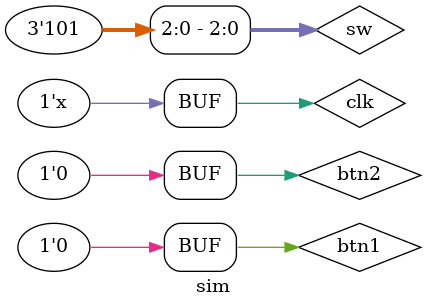
<source format=v>
`timescale 1ns / 1ps


module sim(

    );
    reg [3:0] sw;
    reg clk;
    reg btn1;
    reg btn2;
    
    initial btn1=1;
    initial btn2=0;
    initial clk = 0;
    initial sw[0]=1;
    initial #20 sw[1]=1;
    initial #1000 btn1=0;
    
    initial #5 sw[2]=1;
    always #10 clk=clk+1;
    initial #60 sw[1] = 0;
    design_1_wrapper d (.clk_in(clk),.sw(sw), .reset(btn1), .btn2(btn2));
endmodule

</source>
